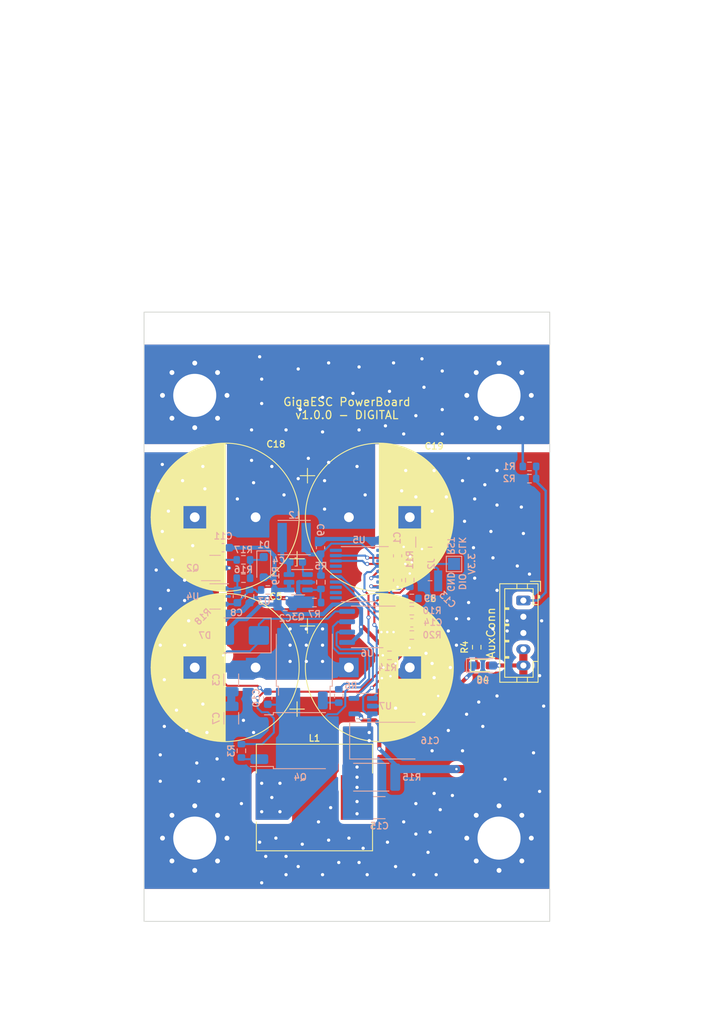
<source format=kicad_pcb>
(kicad_pcb (version 20221018) (generator pcbnew)
  (layers (0 "F.Cu" signal) (31 "B.Cu" signal) (34 "B.Paste" user) (35 "F.Paste" user) (36 "B.SilkS" user "B.Silkscreen") (37 "F.SilkS" user "F.Silkscreen") (38 "B.Mask" user) (39 "F.Mask" user) (44 "Edge.Cuts" user))
  (net 0 "")
  (net 1 "+BATT")
  (net 2 "-BATT")
  (net 3 "+12V")
  (net 4 "Net-(U5-PA1)")
  (net 5 "IN_V")
  (net 6 "+3.3V")
  (net 7 "Net-(D7-K)")
  (net 8 "Net-(Q3-S)")
  (net 9 "BOOTSTRAP")
  (net 10 "Net-(D4-K)")
  (net 11 "VinFB")
  (net 12 "Net-(U7-+)")
  (net 13 "Net-(D1-K)")
  (net 14 "Net-(Q2-G)")
  (net 15 "Net-(Q2-S)")
  (net 16 "Net-(Q3-G)")
  (net 17 "Net-(Q4-G)")
  (net 18 "Net-(U6-LO)")
  (net 19 "Net-(U6-HO)")
  (net 20 "VoutFB")
  (net 21 "IoutFB")
  (net 22 "Net-(U4-REF)")
  (net 26 "RESET")
  (net 31 "L")
  (net 32 "H")
  (net 35 "SWDIO")
  (net 36 "SWCLK")
  (net 38 "Net-(U3-BST)")
  (net 39 "Net-(U3-LX)")
  (net 40 "Net-(U3-FB)")
  (net 41 "Net-(C3-Pad2)")
  (footprint "MountingHole:MountingHole_5.3mm_M5_Pad_Via" (layer "F.Cu") (at 93.75 139.75)
    (fp_text reference "H3" hide)
    (fp_text value "MountingHole_Pad")
  )
  (footprint "Capacitor_THT:CP_Radial_D18.0mm_P7.50mm" (layer "F.Cu") (at 63.75 118.75 180)
    (fp_text reference "C5")
    (fp_text value "330u 200V")
  )
  (footprint "Connector_JST:JST_PH_B5B-PH-K_1x05_P2.00mm_Vertical" (layer "F.Cu") (at 96.75 110.5 -90)
    (fp_text reference "J1" hide)
    (fp_text value "AuxConn")
  )
  (footprint "Capacitor_THT:CP_Radial_D18.0mm_P7.50mm" (layer "F.Cu") (at 75.25 118.75)
    (fp_text reference "C6")
    (fp_text value "330u 200V")
  )
  (footprint "Inductor_SMD:L_Chilisin_BMRG00131360" (layer "F.Cu") (at 71 134.75)
    (fp_text reference "L1")
    (fp_text value "100uH")
  )
  (footprint "MountingHole:MountingHole_5.3mm_M5_Pad_Via" (layer "F.Cu") (at 56.25 85.25)
    (fp_text reference "H2" hide)
    (fp_text value "MountingHole_Pad")
  )
  (footprint "Resistor_SMD:R_0603_1608Metric" (layer "F.Cu") (at 91 116.25 -90)
    (fp_text reference "R4")
    (fp_text value "82k")
  )
  (footprint "MountingHole:MountingHole_5.3mm_M5_Pad_Via" (layer "F.Cu") (at 93.75 85.25)
    (fp_text reference "H4" hide)
    (fp_text value "MountingHole_Pad")
  )
  (footprint "Diode_SMD:D_0603_1608Metric" (layer "F.Cu") (at 91.75 118.5)
    (fp_text reference "D4")
    (fp_text value "RUN")
  )
  (footprint "Capacitor_THT:CP_Radial_D18.0mm_P7.50mm" (layer "F.Cu") (at 75.25 100.25)
    (fp_text reference "C19")
    (fp_text value "330u 200V")
  )
  (footprint "Capacitor_THT:CP_Radial_D18.0mm_P7.50mm" (layer "F.Cu") (at 63.75 100.25 180)
    (fp_text reference "C18")
    (fp_text value "330u 200V")
  )
  (footprint "MountingHole:MountingHole_5.3mm_M5_Pad_Via" (layer "F.Cu") (at 56.25 139.75)
    (fp_text reference "H1" hide)
    (fp_text value "MountingHole_Pad")
  )
  (footprint "Capacitor_SMD:C_0603_1608Metric" (layer "B.Cu") (at 81.25 108 90)
    (fp_text reference "C13")
    (fp_text value "10n")
  )
  (footprint "Package_TO_SOT_SMD:TO-252-2" (layer "B.Cu") (at 69.25 127.75)
    (fp_text reference "Q4")
    (fp_text value "IRFR13N20DTRPBF")
  )
  (footprint "Capacitor_SMD:C_0603_1608Metric" (layer "B.Cu") (at 65.25 122.5 -90)
    (fp_text reference "C10")
    (fp_text value "100n")
  )
  (footprint "Package_TO_SOT_SMD:SOT-23" (layer "B.Cu") (at 58.75 110 180)
    (fp_text reference "U4")
    (fp_text value "TL431DBZ")
  )
  (footprint "Resistor_SMD:R_0603_1608Metric" (layer "B.Cu") (at 83 110.25)
    (fp_text reference "R9")
    (fp_text value "10k")
  )
  (footprint "Resistor_SMD:R_0603_1608Metric" (layer "B.Cu") (at 80.25 117.25 180)
    (fp_text reference "R14")
    (fp_text value "1M")
  )
  (footprint "Resistor_SMD:R_2512_6332Metric" (layer "B.Cu") (at 78 132.25 180)
    (fp_text reference "R15")
    (fp_text value "0.01")
  )
  (footprint "Capacitor_SMD:C_0805_2012Metric" (layer "B.Cu") (at 67.4 111)
    (fp_text reference "C2")
    (fp_text value "4.7u")
  )
  (footprint "Package_SO:SOIC-8_3.9x4.9mm_P1.27mm" (layer "B.Cu") (at 77.5 113.75 180)
    (fp_text reference "U6")
    (fp_text value "IR2181")
  )
  (footprint "Resistor_SMD:R_0603_1608Metric" (layer "B.Cu") (at 83 111.75 180)
    (fp_text reference "R10")
    (fp_text value "2.2k")
  )
  (footprint "Resistor_SMD:R_0603_1608Metric" (layer "B.Cu") (at 83 114.75 180)
    (fp_text reference "R20")
    (fp_text value "10k")
  )
  (footprint "Package_TO_SOT_SMD:SOT-23" (layer "B.Cu") (at 58.75 106.5)
    (fp_text reference "Q2")
    (fp_text value "BSS126")
  )
  (footprint "Resistor_SMD:R_0603_1608Metric" (layer "B.Cu") (at 74 122.25 -90)
    (fp_text reference "R6")
    (fp_text value "4.7")
  )
  (footprint "Diode_SMD:D_SMB" (layer "B.Cu") (at 62 114.8 180)
    (fp_text reference "D7")
    (fp_text value "SS520BF")
  )
  (footprint "Capacitor_SMD:C_0603_1608Metric" (layer "B.Cu") (at 83 113.25)
    (fp_text reference "C14")
    (fp_text value "10n")
  )
  (footprint "Capacitor_SMD:C_0603_1608Metric" (layer "B.Cu") (at 71.75 104 90)
    (fp_text reference "C9")
    (fp_text value "22u")
  )
  (footprint "Diode_SMD:D_SOD-323_HandSoldering" (layer "B.Cu") (at 91.75 118.5)
    (fp_text reference "D6")
    (fp_text value "1N5819WS")
  )
  (footprint "Package_TO_SOT_SMD:SOT-23-5" (layer "B.Cu") (at 77 123.5 180)
    (fp_text reference "U7")
    (fp_text value "INA180A2")
  )
  (footprint "Resistor_SMD:R_0603_1608Metric" (layer "B.Cu") (at 97.5 94)
    (fp_text reference "R1")
    (fp_text value "150k")
  )
  (footprint "Resistor_SMD:R_0603_1608Metric" (layer "B.Cu") (at 97.5 95.5 180)
    (fp_text reference "R2")
    (fp_text value "2.7k")
  )
  (footprint "Capacitor_SMD:C_1210_3225Metric" (layer "B.Cu") (at 79 136)
    (fp_text reference "C15")
    (fp_text value "47u 16V")
  )
  (footprint "TestPoint:TestPoint_Pad_1.5x1.5mm" (layer "B.Cu") (at 88.2 106 180)
    (fp_text reference "TP1" hide)
    (fp_text value "3.3V")
  )
  (footprint "Resistor_SMD:R_0603_1608Metric" (layer "B.Cu") (at 62.25 107.75 180)
    (fp_text reference "R16")
    (fp_text value "10k")
  )
  (footprint "Resistor_SMD:R_0603_1608Metric" (layer "B.Cu") (at 82.75 108 90)
    (fp_text reference "R11")
    (fp_text value "47")
  )
  (footprint "Resistor_SMD:R_0603_1608Metric" (layer "B.Cu") (at 71.8 108.25 90)
    (fp_text reference "R5")
    (fp_text value "100k")
  )
  (footprint "Resistor_SMD:R_0603_1608Metric" (layer "B.Cu") (at 63 110 90)
    (fp_text reference "R18")
    (fp_text value "10k")
  )
  (footprint "Inductor_SMD:L_Vishay_IFSC-1515AH_4x4x1.8mm" (layer "B.Cu") (at 68.5 102.75)
    (fp_text reference "L2")
    (fp_text value "22uH")
  )
  (footprint "Diode_SMD:D_SOD-323_HandSoldering" (layer "B.Cu") (at 64.75 106.4 -90)
    (fp_text reference "D1")
    (fp_text value "BZT52C5V1S")
  )
  (footprint "Package_TO_SOT_SMD:TO-252-2" (layer "B.Cu") (at 69.75 117.75 90)
    (fp_text reference "Q3")
    (fp_text value "IRFR13N20DTRPBF")
  )
  (footprint "Capacitor_Tantalum_SMD:CP_EIA-7343-31_Kemet-D" (layer "B.Cu") (at 79.75 127.75)
    (fp_text reference "C16")
    (fp_text value "100uF 16V")
  )
  (footprint "Package_SO:TSSOP-20_4.4x6.5mm_P0.65mm" (layer "B.Cu") (at 76.5 107.25 180)
    (fp_text reference "U5")
    (fp_text value "STM32G030F6Px")
  )
  (footprint "Capacitor_SMD:C_1206_3216Metric" (layer "B.Cu") (at 60.75 125 -90)
    (fp_text reference "C7")
    (fp_text value "2.2u 100V")
  )
  (footprint "Capacitor_SMD:C_0603_1608Metric" (layer "B.Cu") (at 68.75 105.75 180)
    (fp_text reference "C4")
    (fp_text value "22n")
  )
  (footprint "Capacitor_SMD:C_0603_1608Metric" (layer "B.Cu") (at 59.75 104 180)
    (fp_text reference "C11")
    (fp_text value "1u")
  )
  (footprint "Package_TO_SOT_SMD:SOT-23-6" (layer "B.Cu") (at 69 108.25 180)
    (fp_text reference "U3")
    (fp_text value "MT2492")
  )
  (footprint "Capacitor_SMD:C_0603_1608Metric" (layer "B.Cu") (at 61.5 110 -90)
    (fp_text reference "C8")
    (fp_text value "1n")
  )
  (footprint "GigaVescLibs:JTAG_SMD" (layer "B.Cu") (at 85.25 106 -90)
    (fp_text reference "J2")
    (fp_text value "Conn_02x02_Counter_Clockwise")
  )
  (footprint "Capacitor_SMD:C_1206_3216Metric" (layer "B.Cu") (at 60.75 120.25 -90)
    (fp_text reference "C3")
    (fp_text value "2.2u 100V")
  )
  (footprint "Resistor_SMD:R_0603_1608Metric" (layer "B.Cu") (at 62 129 -90)
    (fp_text reference "R3")
    (fp_text value "4.7")
  )
  (footprint "Resistor_SMD:R_0603_1608Metric" (layer "B.Cu") (at 71 110.75)
    (fp_text reference "R7")
    (fp_text value "22k")
  )
  (footprint "Capacitor_SMD:C_0603_1608Metric" (layer "B.Cu") (at 81.25 105 -90)
    (fp_text reference "C1")
    (fp_text value "100n")
  )
  (footprint "Resistor_SMD:R_0603_1608Metric" (layer "B.Cu") (at 62.25 105.5 180)
    (fp_text reference "R17")
    (fp_text value "100")
  )
  (footprint "Resistor_SMD:R_0603_1608Metric" (layer "B.Cu") (at 65.25 109.2)
    (fp_text reference "R19")
    (fp_text value "30k")
  )
  (gr_rect (start 50 75) (end 100 150) (stroke (width 0.1)) (fill none) (layer "Edge.Cuts"))
  (gr_text "GigaESC PowerBoard\nv1.0.0 - DIGITAL" (at 75 88.25) (layer "F.SilkS") (effects (font (size 1 1)) (justify bottom)))
  (segment (start 91 88.5) (end 92.325 89.825) (width 0.3) (layer "F.Cu") (net 1))
  (segment (start 78 117.25) (end 79.425 117.25) (width 0.25) (layer "F.Cu") (net 1))
  (segment (start 75.25 118.75) (end 76.5 118.75) (width 0.25) (layer "F.Cu") (net 1))
  (segment (start 76.5 118.75) (end 78 117.25) (width 0.25) (layer "F.Cu") (net 1))
  (via (at 79.425 117.25) (size 0.5) (drill 0.3) (layers "F.Cu" "B.Cu") (net 1))
  (via (at 72.75 93.5) (size 0.8) (drill 0.4) (layers "F.Cu" "B.Cu") (net 1))
  (via (at 64.25 80.5) (size 0.8) (drill 0.4) (layers "F.Cu" "B.Cu") (net 1))
  (via (at 68 114) (size 0.8) (drill 0.4) (layers "F.Cu" "B.Cu") (net 1))
  (via (at 69.25 87) (size 0.8) (drill 0.4) (layers "F.Cu" "B.Cu") (net 1))
  (via (at 69 95.5) (size 0.8) (drill 0.4) (layers "F.Cu" "B.Cu") (net 1))
  (via (at 68 116) (size 0.8) (drill 0.4) (layers "F.Cu" "B.Cu") (net 1))
  (via (at 84.5 84.25) (size 0.8) (drill 0.4) (layers "F.Cu" "B.Cu") (net 1))
  (via (at 86.75 82.25) (size 0.8) (drill 0.4) (layers "F.Cu" "B.Cu") (net 1))
  (via (at 72 89.75) (size 0.8) (drill 0.4) (layers "F.Cu" "B.Cu") (net 1))
  (via (at 75.75 85) (size 0.8) (drill 0.4) (layers "F.Cu" "B.Cu") (net 1))
  (via (at 72.75 81.25) (size 0.8) (drill 0.4) (layers "F.Cu" "B.Cu") (net 1))
  (via (at 72 116) (size 0.8) (drill 0.4) (layers "F.Cu" "B.Cu") (net 1))
  (via (at 86.75 90) (size 0.8) (drill 0.4) (layers "F.Cu" "B.Cu") (net 1))
  (via (at 79.75 89) (size 0.8) (drill 0.4) (layers "F.Cu" "B.Cu") (net 1))
  (via (at 84.25 80.75) (size 0.8) (drill 0.4) (layers "F.Cu" "B.Cu") (net 1))
  (via (at 77.25 97.5) (size 0.8) (drill 0.4) (layers "F.Cu" "B.Cu") (net 1))
  (via (at 72 85.5) (size 0.8) (drill 0.4) (layers "F.Cu" "B.Cu") (net 1))
  (via (at 72.25 95.75) (size 0.8) (drill 0.4) (layers "F.Cu" "B.Cu") (net 1))
  (via (at 67.5 89.5) (size 0.8) (drill 0.4) (layers "F.Cu" "B.Cu") (net 1))
  (via (at 68 118) (size 0.8) (drill 0.4) (layers "F.Cu" "B.Cu") (net 1))
  (via (at 64.5 86.25) (size 0.8) (drill 0.4) (layers "F.Cu" "B.Cu") (net 1))
  (via (at 72 118) (size 0.8) (drill 0.4) (layers "F.Cu" "B.Cu") (net 1))
  (via (at 61.5 98) (size 0.8) (drill 0.4) (layers "F.Cu" "B.Cu") (net 1))
  (via (at 63.5 96) (size 0.8) (drill 0.4) (layers "F.Cu" "B.Cu") (net 1))
  (via (at 72.25 99.25) (size 0.8) (drill 0.4) (layers "F.Cu" "B.Cu") (net 1))
  (via (at 65.75 94) (size 0.8) (drill 0.4) (layers "F.Cu" "B.Cu") (net 1))
  (via (at 63.25 89.5) (size 0.8) (drill 0.4) (layers "F.Cu" "B.Cu") (net 1))
  (via (at 83.5 87.75) (size 0.8) (drill 0.4) (layers "F.Cu" "B.Cu") (net 1))
  (via (at 80.75 81.25) (size 0.8) (drill 0.4) (layers "F.Cu" "B.Cu") (net 1))
  (via (at 70 118) (size 0.8) (drill 0.4) (layers "F.Cu" "B.Cu") (net 1))
  (via (at 76.5 81.75) (size 0.8) (drill 0.4) (layers "F.Cu" "B.Cu") (net 1))
  (via (at 60.5 106.5) (size 0.5) (drill 0.3) (layers "F.Cu" "B.Cu") (net 1))
  (via (at 70 114) (size 0.8) (drill 0.4) (layers "F.Cu" "B.Cu") (net 1))
  (via (at 70.25 93) (size 0.8) (drill 0.4) (layers "F.Cu" "B.Cu") (net 1))
  (via (at 76.25 94) (size 0.8) (drill 0.4) (layers "F.Cu" "B.Cu") (net 1))
  (via (at 80.25 84.75) (size 0.8) (drill 0.4) (layers "F.Cu" "B.Cu") (net 1))
  (via (at 64.5 83.25) (size 0.8) (drill 0.4) (layers "F.Cu" "B.Cu") (net 1))
  (via (at 67.25 97.5) (size 0.8) (drill 0.4) (layers "F.Cu" "B.Cu") (net 1))
  (via (at 82 90) (size 0.8) (drill 0.4) (layers "F.Cu" "B.Cu") (net 1))
  (via (at 72 114) (size 0.8) (drill 0.4) (layers "F.Cu" "B.Cu") (net 1))
  (via (at 69 82) (size 0.8) (drill 0.4) (layers "F.Cu" "B.Cu") (net 1))
  (via (at 86.75 87) (size 0.8) (drill 0.4) (layers "F.Cu" "B.Cu") (net 1))
  (via (at 70 116) (size 0.8) (drill 0.4) (layers "F.Cu" "B.Cu") (net 1))
  (via (at 76.5 89.5) (size 0.8) (drill 0.4) (layers "F.Cu" "B.Cu") (net 1))
  (via (at 63.25 93.25) (size 0.8) (drill 0.4) (layers "F.Cu" "B.Cu") (net 1))
  (segment (start 96.675 94) (end 96.675 88.175) (width 0.3) (layer "B.Cu") (net 1))
  (segment (start 96.675 88.175) (end 93.75 85.25) (width 0.3) (layer "B.Cu") (net 1))
  (segment (start 59.6875 106.5) (end 60.5 106.5) (width 0.25) (layer "B.Cu") (net 1))
  (segment (start 67.6 110.2) (end 65.2 110.2) (width 0.5) (layer "F.Cu") (net 2))
  (via (at 97.5 107.25) (size 0.8) (drill 0.4) (layers "F.Cu" "B.Cu") (net 2))
  (via (at 98 129.25) (size 0.8) (drill 0.4) (layers "F.Cu" "B.Cu") (net 2))
  (via (at 94.5 132.5) (size 0.8) (drill 0.4) (layers "F.Cu" "B.Cu") (net 2))
  (via (at 83.5 97.75) (size 0.8) (drill 0.4) (layers "F.Cu" "B.Cu") (net 2))
  (via (at 83.5 139.25) (size 0.8) (drill 0.4) (layers "F.Cu" "B.Cu") (net 2))
  (via (at 82 137.75) (size 0.8) (drill 0.4) (layers "F.Cu" "B.Cu") (net 2))
  (via (at 98.75 134) (size 0.8) (drill 0.4) (layers "F.Cu" "B.Cu") (net 2))
  (via (at 93 114) (size 0.8) (drill 0.4) (layers "F.Cu" "B.Cu") (net 2))
  (via (at 52.25 102) (size 0.8) (drill 0.4) (layers "F.Cu" "B.Cu") (net 2))
  (via (at 82.25 94.5) (size 0.8) (drill 0.4) (layers "F.Cu" "B.Cu") (net 2))
  (via (at 55 110.5) (size 0.8) (drill 0.4) (layers "F.Cu" "B.Cu") (net 2))
  (via (at 89.5 100.75) (size 0.8) (drill 0.4) (layers "F.Cu" "B.Cu") (net 2))
  (via (at 80.75 114.385) (size 0.5) (drill 0.3) (layers "F.Cu" "B.Cu") (net 2))
  (via (at 56 103.75) (size 0.8) (drill 0.4) (layers "F.Cu" "B.Cu") (net 2))
  (via (at 91.75 126) (size 0.8) (drill 0.4) (layers "F.Cu" "B.Cu") (net 2))
  (via (at 87.75 118.75) (size 0.8) (drill 0.4) (layers "F.Cu" "B.Cu") (net 2))
  (via (at 90 112.75) (size 0.8) (drill 0.4) (layers "F.Cu" "B.Cu") (net 2))
  (via (at 90.6 104) (size 0.8) (drill 0.4) (layers "F.Cu" "B.Cu") (net 2))
  (via (at 56.5 130.5) (size 0.8) (drill 0.4) (layers "F.Cu" "B.Cu") (net 2))
  (via (at 94.75 113) (size 0.8) (drill 0.4) (layers "F.Cu" "B.Cu") (net 2))
  (via (at 88.5 112.75) (size 0.8) (drill 0.4) (layers "F.Cu" "B.Cu") (net 2))
  (via (at 88.5 116) (size 0.8) (drill 0.4) (layers "F.Cu" "B.Cu") (net 2))
  (via (at 87.25 97.75) (size 0.8) (drill 0.4) (layers "F.Cu" "B.Cu") (net 2))
  (via (at 62.25 125.25) (size 0.8) (drill 0.4) (layers "F.Cu" "B.Cu") (net 2))
  (via (at 89.25 129) (size 0.8) (drill 0.4) (layers "F.Cu" "B.Cu") (net 2))
  (via (at 81 143.25) (size 0.8) (drill 0.4) (layers "F.Cu" "B.Cu") (net 2))
  (via (at 77.5 144.25) (size 0.8) (drill 0.4) (layers "F.Cu" "B.Cu") (net 2))
  (via (at 56.75 132.75) (size 0.8) (drill 0.4) (layers "F.Cu" "B.Cu") (net 2))
  (via (at 93 105.25) (size 0.8) (drill 0.4) (layers "F.Cu" "B.Cu") (net 2))
  (via (at 72 144.25) (size 0.8) (drill 0.4) (layers "F.Cu" "B.Cu") (net 2))
  (via (at 52 111.5) (size 0.8) (drill 0.4) (layers "F.Cu" "B.Cu") (net 2))
  (via (at 71.5 137.75) (size 0.8) (drill 0.4) (layers "F.Cu" "B.Cu") (net 2))
  (via (at 55.25 126.5) (size 0.8) (drill 0.4) (layers "F.Cu" "B.Cu") (net 2))
  (via (at 84.75 117) (size 0.8) (drill 0.4) (layers "F.Cu" "B.Cu") (net 2))
  (via (at 59 130) (size 0.8) (drill 0.4) (layers "F.Cu" "B.Cu") (net 2))
  (via (at 93.5 98.75) (size 0.8) (drill 0.4) (layers "F.Cu" "B.Cu") (net 2))
  (via (at 83.5 135.5) (size 0.8) (drill 0.4) (layers "F.Cu" "B.Cu") (net 2))
  (via (at 93.5 122.25) (size 0.8) (drill 0.4) (layers "F.Cu" "B.Cu") (net 2))
  (via (at 64.5 145.25) (size 0.8) (drill 0.4) (layers "F.Cu" "B.Cu") (net 2))
  (via (at 85.75 120) (size 0.8) (drill 0.4) (layers "F.Cu" "B.Cu") (net 2))
  (via (at 85.5 129) (size 0.8) (drill 0.4) (layers "F.Cu" "B.Cu") (net 2))
  (via (at 81.75 97) (size 0.8) (drill 0.4) (layers "F.Cu" "B.Cu") (net 2))
  (via (at 85.25 139) (size 0.8) (drill 0.4) (layers "F.Cu" "B.Cu") (net 2))
  (via (at 77 141) (size 0.8) (drill 0.4) (layers "F.Cu" "B.Cu") (net 2))
  (via (at 96.5 99) (size 0.8) (drill 0.4) (layers "F.Cu" "B.Cu") (net 2))
  (via (at 92 96.25) (size 0.8) (drill 0.4) (layers "F.Cu" "B.Cu") (net 2))
  (via (at 57.5 96.75) (size 0.8) (drill 0.4) (layers "F.Cu" "B.Cu") (net 2))
  (via (at 90.75 107.75) (size 0.8) (drill 0.4) (layers "F.Cu" "B.Cu") (net 2))
  (via (at 72.75 140) (size 0.8) (drill 0.4) (layers "F.Cu" "B.Cu") (net 2))
  (via (at 90 93) (size 0.8) (drill 0.4) (layers "F.Cu" "B.Cu") (net 2))
  (via (at 52.25 93.75) (size 0.8) (drill 0.4) (layers "F.Cu" "B.Cu") (net 2))
  (via (at 65 142) (size 0.8) (drill 0.4) (layers "F.Cu" "B.Cu") (net 2))
  (via (at 87.5 114.25) (size 0.8) (drill 0.4) (layers "F.Cu" "B.Cu") (net 2))
  (via (at 79.25 114.385) (size 0.5) (drill 0.3) (layers "F.Cu" "B.Cu") (net 2))
  (via (at 92.75 102) (size 0.8) (drill 0.4) (layers "F.Cu" "B.Cu") (net 2))
  (via (at 80 140.25) (size 0.8) (drill 0.4) (layers "F.Cu" "B.Cu") (net 2))
  (via (at 64.25 140.25) (size 0.8) (drill 0.4) (layers "F.Cu" "B.Cu") (net 2))
  (via (at 76.5 142.75) (size 0.8) (drill 0.4) (layers "F.Cu" "B.Cu") (net 2))
  (via (at 90 110.75) (size 0.8) (drill 0.4) (layers "F.Cu" "B.Cu") (net 2))
  (via (at 62 135.5) (size 0.8) (drill 0.4) (layers "F.Cu" "B.Cu") (net 2))
  (via (at 69.5 140.5) (size 0.8) (drill 0.4) (layers "F.Cu" "B.Cu") (net 2))
  (via (at 88 134.5) (size 0.8) (drill 0.4) (layers "F.Cu" "B.Cu") (net 2))
  (via (at 99 113) (size 0.8) (drill 0.4) (layers "F.Cu" "B.Cu") (net 2))
  (via (at 85.5 99.5) (size 0.8) (drill 0.4) (layers "F.Cu" "B.Cu") (net 2))
  (via (at 85.75 94.5) (size 0.8) (drill 0.4) (layers "F.Cu" "B.Cu") (net 2))
  (via (at 55 108) (size 0.8) (drill 0.4) (layers "F.Cu" "B.Cu") (net 2))
  (via (at 94.75 114.25) (size 0.8) (drill 0.4) (layers "F.Cu" "B.Cu") (net 2))
  (via (at 51.5 106.75) (size 0.8) (drill 0.4) (layers "F.Cu" "B.Cu") (net 2))
  (via (at 74 142.75) (size 0.8) (drill 0.4) (layers "F.Cu" "B.Cu") (net 2))
  (via (at 83.25 144.25) (size 0.8) (drill 0.4) (layers "F.Cu" "B.Cu") (net 2))
  (via (at 54.75 95.75) (size 0.8) (drill 0.4) (layers "F.Cu" "B.Cu") (net 2))
  (via (at 75.25 139.75) (size 0.8) (drill 0.4) (layers "F.Cu" "B.Cu") (net 2))
  (via (at 98.75 119.75) (size 0.8) (drill 0.4) (layers "F.Cu" "B.Cu") (net 2))
  (via (at 67.5 144.25) (size 0.8) (drill 0.4) (layers "F.Cu" "B.Cu") (net 2))
  (via (at 66.25 139.75) (size 0.8) (drill 0.4) (layers "F.Cu" "B.Cu") (net 2))
  (via (at 54 124) (size 0.8) (drill 0.4) (layers "F.Cu" "B.Cu") (net 2))
  (via (at 52 132.75) (size 0.8) (drill 0.4) (layers "F.Cu" "B.Cu") (net 2))
  (via (at 52.5 126) (size 0.8) (drill 0.4) (layers "F.Cu" "B.Cu") (net 2))
  (via (at 85 141.5) (size 0.8) (drill 0.4) (layers "F.Cu" "B.Cu") (net 2))
  (via (at 90.75 98) (size 0.8) (drill 0.4) (layers "F.Cu" "B.Cu") (net 2))
  (via (at 52.5 120.25) (size 0.8) (drill 0.4) (layers "F.Cu" "B.Cu") (net 2))
  (via (at 55 116) (size 0.8) (drill 0.4) (layers "F.Cu" "B.Cu") (net 2))
  (via (at 67.5 142) (size 0.8) (drill 0.4) (layers "F.Cu" "B.Cu") (net 2))
  (via (at 86.5 136.25) (size 0.8) (drill 0.4) (layers "F.Cu" "B.Cu") (net 2))
  (via (at 96 106.25) (size 0.8) (drill 0.4) (layers "F.Cu" "B.Cu") (net 2))
  (via (at 85.5 118.25) (size 0.8) (drill 0.4) (layers "F.Cu" "B.Cu") (net 2))
  (via (at 85.75 134.25) (size 0.8) (drill 0.4) (layers "F.Cu" "B.Cu") (net 2))
  (via (at 51.75 97) (size 0.8) (drill 0.4) (layers "F.Cu" "B.Cu") (net 2))
  (via (at 69 143.25) (size 0.8) (drill 0.4) (layers "F.Cu" "B.Cu") (net 2))
  (via (at 91.25 123) (size 0.8) (drill 0.4) (layers "F.Cu" "B.Cu") (net 2))
  (via (at 99.25 123.5) (size 0.8) (drill 0.4) (layers "F.Cu" "B.Cu") (net 2))
  (via (at 57.25 123.25) (size 0.8) (drill 0.4) (layers "F.Cu" "B.Cu") (net 2))
  (via (at 59.75 132.5) (size 0.8) (drill 0.4) (layers "F.Cu" "B.Cu") (net 2))
  (via (at 96.75 102.25) (size 0.8) (drill 0.4) (layers "F.Cu" "B.Cu") (net 2))
  (via (at 53 109.25) (size 0.8) (drill 0.4) (layers "F.Cu" "B.Cu") (net 2))
  (via (at 53 99.5) (size 0.8) (drill 0.4) (layers "F.Cu" "B.Cu") (net 2))
  (via (at 93.5 109.25) (size 0.8) (drill 0.4) (layers "F.Cu" "B.Cu") (net 2))
  (via (at 57.75 126.75) (size 0.8) (drill 0.4) (layers "F.Cu" "B.Cu") (net 2))
  (via (at 63.5 126.75) (size 0.8) (drill 0.4) (layers "F.Cu" "B.Cu") (net 2))
  (via (at 89.25 95.75) (size 0.8) (drill 0.4) (layers "F.Cu" "B.Cu") (net 2))
  (via (at 84.5 124.5) (size 0.8) (drill 0.4) (layers "F.Cu" "B.Cu") (net 2))
  (via (at 52 116) (size 0.8) (drill 0.4) (layers "F.Cu" "B.Cu") (net 2))
  (via (at 73 136) (size 0.8) (drill 0.4) (layers "F.Cu" "B.Cu") (net 2))
  (via (at 93.5 94.5) (size 0.8) (drill 0.4) (layers "F.Cu" "B.Cu") (net 2))
  (via (at 57.25 94) (size 0.8) (drill 0.4) (layers "F.Cu" "B.Cu") (net 2))
  (via (at 89.75 124.5) (size 0.8) (drill 0.4) (layers "F.Cu" "B.Cu") (net 2))
  (via (at 81 123.75) (size 0.8) (drill 0.4) (layers "F.Cu" "B.Cu") (net 2))
  (via (at 87.5 126.5) (size 0.8) (drill 0.4) (layers "F.Cu" "B.Cu") (net 2))
  (via (at 65.2 110.2) (size 0.5) (drill 0.3) (layers "F.Cu" "B.Cu") (net 2))
  (via (at 67.6 110.2) (size 0.5) (drill 0.3) (layers "F.Cu" "B.Cu") (net 2))
  (via (at 86 144.25) (size 0.8) (drill 0.4) (layers "F.Cu" "B.Cu") (net 2))
  (via (at 52 129.5) (size 0.8) (drill 0.4) (layers "F.Cu" "B.Cu") (net 2))
  (via (at 53.5 105.5) (size 0.8) (drill 0.4) (layers "F.Cu" "B.Cu") (net 2))
  (via (at 79.975 114.385) (size 0.5) (drill 0.3) (layers "F.Cu" "B.Cu") (net 2))
  (via (at 55.5 113) (size 0.8) (drill 0.4) (layers "F.Cu" "B.Cu") (net 2))
  (segment (start 58.5 111.75) (end 61.823223 111.75) (width 0.25) (layer "B.Cu") (net 2))
  (segment (start 79.55 103.05) (end 79.75 103.25) (width 0.25) (layer "B.Cu") (net 2))
  (segment (start 62.748223 110.825) (end 63 110.825) (width 0.25) (layer "B.Cu") (net 2))
  (segment (start 72.05 102.925) (end 79.425 102.925) (width 0.5) (layer "B.Cu") (net 2))
  (segment (start 79.3625 106.925) (end 80.4 106.925) (width 0.25) (layer "B.Cu") (net 2))
  (segment (start 68.35 111) (end 68.35 110.95) (width 0.5) (layer "B.Cu") (net 2))
  (segment (start 71.75 103.175) (end 71.875 103.05) (width 0.25) (layer "B.Cu") (net 2))
  (segment (start 68.1125 110.3125) (end 68.4375 110.3125) (width 0.5) (layer "B.Cu") (net 2))
  (segment (start 71.75 103.225) (end 72.05 102.925) (width 0.5) (layer "B.Cu") (net 2))
  (segment (start 68.4375 110.3125) (end 69.088236 109.661764) (width 0.5) (layer "B.Cu") (net 2))
  (segment (start 69 109.573528) (end 69.088236 109.661764) (width 0.5) (layer "B.Cu") (net 2))
  (segment (start 82.75 104.15) (end 82.75 100.25) (width 0.5) (layer "B.Cu") (net 2))
  (segment (start 61.823223 111.75) (end 62.748223 110.825) (width 0.25) (layer "B.Cu") (net 2))
  (segment (start 83.825 111.75) (end 83.825 114.75) (width 0.25) (layer "B.Cu") (net 2))
  (segment (start 71.875 103.05) (end 79.55 103.05) (width 0.25) (layer "B.Cu") (net 2))
  (segment (start 80.4 106.925) (end 81.25 106.075) (width 0.25) (layer "B.Cu") (net 2))
  (segment (start 82.175 104.725) (end 82.75 104.15) (width 0.5) (layer "B.Cu") (net 2))
  (segment (start 65.2 110.2) (end 63.625 110.2) (width 0.5) (layer "B.Cu") (net 2))
  (segment (start 69.088236 109.661764) (end 70.176472 110.75) (width 0.5) (layer "B.Cu") (net 2))
  (segment (start 81.25 105.654594) (end 82.175 104.729594) (width 0.5) (layer "B.Cu") (net 2))
  (segment (start 79.425 102.925) (end 79.55 103.05) (width 0.5) (layer "B.Cu") (net 2))
  (segment (start 82.175 104.729594) (end 82.175 104.725) (width 0.5) (layer "B.Cu") (net 2))
  (segment (start 70.176472 110.75) (end 70.25 110.75) (width 0.5) (layer "B.Cu") (net 2))
  (segment (start 69 108.25) (end 69.8875 108.25) (width 0.5) (layer "B.Cu") (net 2))
  (segment (start 63.625 110.2) (end 63 110.825) (width 0.5) (layer "B.Cu") (net 2))
  (segment (start 68.35 110.95) (end 67.6 110.2) (width 0.5) (layer "B.Cu") (net 2))
  (segment (start 81.25 105.825) (end 81.25 105.654594) (width 0.5) (layer "B.Cu") (net 2))
  (segment (start 69 108.25) (end 69 109.573528) (width 0.5) (layer "B.Cu") (net 2))
  (segment (start 79 128.75) (end 79 125.75) (width 0.5) (layer "F.Cu") (net 3))
  (segment (start 79 125.75) (end 78.5 125.25) (width 0.5) (layer "F.Cu") (net 3))
  (segment (start 92.5375 118.5) (end 93.75 118.5) (width 0.5) (layer "F.Cu") (net 3))
  (segment (start 78.5 125.25) (end 77 125.25) (width 0.5) (layer "F.Cu") (net 3))
  (segment (start 90.555635 131.25) (end 96.75 125.055635) (width 1) (layer "F.Cu") (net 3))
  (segment (start 93.75 118.5) (end 96.75 118.5) (width 0.5) (layer "F.Cu") (net 3))
  (segment (start 77 125.25) (end 76.75 125) (width 0.5) (layer "F.Cu") (net 3))
  (segment (start 96.75 125.055635) (end 96.75 116.5) (width 1) (layer "F.Cu") (net 3))
  (segment (start 88.5 131.25) (end 90.555635 131.25) (width 1) (layer "F.Cu") (net 3))
  (via (at 76.75 125) (size 0.5) (drill 0.3) (layers "F.Cu" "B.Cu") (net 3))
  (via (at 88.5 131.25) (size 0.5) (drill 0.3) (layers "F.Cu" "B.Cu") (net 3))
  (via (at 93.75 118.5) (size 0.5) (drill 0.3) (layers "F.Cu" "B.Cu") (net 3))
  (via (at 79 128.75) (size 0.5) (drill 0.3) (layers "F.Cu" "B.Cu") (net 3))
  (segment (start 76.75 124.75) (end 76.45 124.45) (width 0.5) (layer "B.Cu") (net 3))
  (segment (start 79 128.75) (end 80.9625 130.7125) (width 0.5) (layer "B.Cu") (net 3))
  (segment (start 76.75 125) (end 76.75 124.75) (width 0.5) (layer "B.Cu") (net 3))
  (segment (start 92.8 118.5) (end 93.75 118.5) (width 0.5) (layer "B.Cu") (net 3))
  (segment (start 80.9625 130.7125) (end 80.9625 132.25) (width 0.5) (layer "B.Cu") (net 3))
  (segment (start 88.5 131.25) (end 80.9625 131.25) (width 1) (layer "B.Cu") (net 3))
  (segment (start 76.45 124.45) (end 75.8625 124.45) (width 0.5) (layer "B.Cu") (net 3))
  (segment (start 78 108.75) (end 80.925 108.75) (width 0.25) (layer "F.Cu") (net 4))
  (segment (start 81.175 108.75) (end 81.25 108.825) (width 0.25) (layer "F.Cu") (net 4))
  (segment (start 80.925 108.75) (end 81.175 108.75) (width 0.25) (layer "F.Cu") (net 4))
  (via (at 81.25 108.825) (size 0.5) (drill 0.3) (layers "F.Cu" "B.Cu") (net 4))
  (via (at 78 108.75) (size 0.5) (drill 0.3) (layers "F.Cu" "B.Cu") (net 4))
  (segment (start 78.125 108.875) (end 78 108.75) (width 0.25) (layer "B.Cu") (net 4))
  (segment (start 81.25 108.825) (end 82.75 108.825) (width 0.25) (layer "B.Cu") (net 4))
  (segment (start 79.3625 108.875) (end 78.125 108.875) (width 0.25) (layer "B.Cu") (net 4))
  (segment (start 98.325 94) (end 98.325 95.5) (width 0.3) (layer "B.Cu") (net 5))
  (segment (start 98.325 95.825) (end 99.5 97) (width 0.3) (layer "B.Cu") (net 5))
  (segment (start 98.325 95.5) (end 98.325 95.825) (width 0.3) (layer "B.Cu") (net 5))
  (segment (start 98.5 110.5) (end 96.75 110.5) (width 0.3) (layer "B.Cu") (net 5))
  (segment (start 99.5 97) (end 99.5 109.5) (width 0.3) (layer "B.Cu") (net 5))
  (segment (start 99.5 109.5) (end 98.5 110.5) (width 0.3) (layer "B.Cu") (net 5))
  (segment (start 82 103.9) (end 82.5 103.9) (width 0.25) (layer "F.Cu") (net 6))
  (segment (start 82.5 103.9) (end 83.4 104.8) (width 0.25) (layer "F.Cu") (net 6))
  (segment (start 83.4 104.8) (end 83.4 105.4) (width 0.25) (layer "F.Cu") (net 6))
  (segment (start 83.4 105.4) (end 82.993767 105.806233) (width 0.25) (layer "F.Cu") (net 6))
  (segment (start 77.663221 109.799282) (end 77.168363 109.304424) (width 0.25) (layer "F.Cu") (net 6))
  (segment (start 77.663221 112.586779) (end 77.663221 109.799282) (width 0.25) (layer "F.Cu") (net 6))
  (via (at 82.993767 105.806233) (size 0.5) (drill 0.3) (layers "F.Cu" "B.Cu") (net 6))
  (via (at 77.663221 112.586779) (size 0.5) (drill 0.3) (layers "F.Cu" "B.Cu") (net 6))
  (via (at 82 103.9) (size 0.5) (drill 0.3) (layers "F.Cu" "B.Cu") (net 6))
  (via (at 77.168363 109.304424) (size 0.5) (drill 0.3) (layers "F.Cu" "B.Cu") (net 6))
  (segment (start 78.2 116.2) (end 77.663221 115.663221) (width 0.25) (layer "B.Cu") (net 6))
  (segment (start 69.975 104.375) (end 70.425 104.825) (width 0.5) (layer "B.Cu") (net 6))
  (segment (start 78.25 104.950097) (end 76.799903 103.5) (width 0.25) (layer "B.Cu") (net 6))
  (segment (start 80.45 105.225) (end 81.25 104.425) (width 0.25) (layer "B.Cu") (net 6))
  (segment (start 78.25 105.851041) (end 78.25 104.950097) (width 0.25) (layer "B.Cu") (net 6))
  (segment (start 73.075 103.5) (end 71.75 104.825) (width 0.25) (layer "B.Cu") (net 6))
  (segment (start 77.663221 115.663221) (end 77.663221 112.586779) (width 0.25) (layer "B.Cu") (net 6))
  (segment (start 79.3625 106.275) (end 78.673959 106.275) (width 0.25) (layer "B.Cu") (net 6))
  (segment (start 76.75 121.75) (end 76.772792 121.75) (width 0.25) (layer "B.Cu") (net 6))
  (segment (start 76.799903 103.5) (end 73.075 103.5) (width 0.25) (layer "B.Cu") (net 6))
  (segment (start 78.673959 106.275) (end 78.25 105.851041) (width 0.25) (layer "B.Cu") (net 6))
  (segment (start 81.575 103.9) (end 81.25 104.225) (width 0.25) (layer "B.Cu") (net 6))
  (segment (start 70.425 104.825) (end 71.75 104.825) (width 0.5) (layer "B.Cu") (net 6))
  (segment (start 82.993767 105.806233) (end 83.187534 106) (width 0.25) (layer "B.Cu") (net 6))
  (segment (start 83.187534 106) (end 88.2 106) (width 0.25) (layer "B.Cu") (net 6))
  (segment (start 79.3625 106.275) (end 80.225 106.275) (width 0.25) (layer "B.Cu") (net 6))
  (segment (start 82 103.9) (end 81.575 103.9) (width 0.25) (layer "B.Cu") (net 6))
  (segment (start 71.75 107.425) (end 71.75 104.825) (width 0.5) (layer "B.Cu") (net 6))
  (segment (start 76.772792 121.75) (end 78.2 120.322792) (width 0.25) (layer "B.Cu") (net 6))
  (segment (start 80.45 106.05) (end 80.45 105.225) (width 0.25) (layer "B.Cu") (net 6))
  (segment (start 75.95 122.55) (end 76.75 121.75) (width 0.25) (layer "B.Cu") (net 6))
  (segment (start 75.8625 122.55) (end 75.95 122.55) (width 0.25) (layer "B.Cu") (net 6))
  (segment (start 69.975 102.75) (end 69.975 104.375) (width 0.5) (layer "B.Cu") (net 6))
  (segment (start 77.5 107) (end 77.948959 107) (width 0.25) (layer "B.Cu") (net 6))
  (segment (start 77.168363 109.304424) (end 77.168363 107.331637) (width 0.25) (layer "B.Cu") (net 6))
  (segment (start 80.225 106.275) (end 80.45 106.05) (width 0.25) (layer "B.Cu") (net 6))
  (segment (start 77.168363 107.331637) (end 77.5 107) (width 0.25) (layer "B.Cu") (net 6))
  (segment (start 77.948959 107) (end 78.673959 106.275) (width 0.25) (layer "B.Cu") (net 6))
  (segment (start 78.2 120.322792) (end 78.2 116.2) (width 0.25) (layer "B.Cu") (net 6))
  (segment (start 59.75 117.25) (end 59.75 120.5) (width 0.25) (layer "F.Cu") (net 7))
  (segment (start 64 121) (end 64.25 121.25) (width 0.25) (layer "F.Cu") (net 7))
  (segment (start 60.25 121) (end 64 121) (width 0.25) (layer "F.Cu") (net 7))
  (segment (start 59.75 120.5) (end 60.25 121) (width 0.25) (layer "F.Cu") (net 7))
  (via (at 64.25 121.25) (size 0.5) (drill 0.3) (layers "F.Cu" "B.Cu") (net 7))
  (via (at 59.75 117.25) (size 0.5) (drill 0.3) (layers "F.Cu" "B.Cu") (net 7))
  (segment (start 63.05 116.75) (end 64.15 115.65) (width 0.25) (layer "B.Cu") (net 7))
  (segment (start 64.15 115.65) (end 64.15 114.65) (width 0.25) (layer "B.Cu") (net 7))
  (segment (start 64.85 112.75) (end 64.15 113.45) (width 0.25) (layer "B.Cu") (net 7))
  (segment (start 73.555 111.845) (end 72.65 112.75) (width 0.25) (layer "B.Cu") (net 7))
  (segment (start 72.65 112.75) (end 64.85 112.75) (width 0.25) (layer "B.Cu") (net 7))
  (segment (start 64.15 113.45) (end 64.15 114.8) (width 0.25) (layer "B.Cu") (net 7))
  (segment (start 59.75 117.25) (end 60.25 116.75) (width 0.25) (layer "B.Cu") (net 7))
  (segment (start 64.15 114.65) (end 64.15 114.8) (width 0.25) (layer "B.Cu") (net 7))
  (segment (start 60.25 116.75) (end 63.05 116.75) (width 0.25) (layer "B.Cu") (net 7))
  (segment (start 64.25 121.25) (end 64.675 121.675) (width 0.25) (layer "B.Cu") (net 7))
  (segment (start 75.025 111.845) (end 73.555 111.845) (width 0.25) (layer "B.Cu") (net 7))
  (segment (start 64.675 121.675) (end 65.25 121.675) (width 0.25) (layer "B.Cu") (net 7))
  (via (at 66.75 133) (size 0.8) (drill 0.4) (layers "F.Cu" "B.Cu") (net 8))
  (via (at 66.75 136.5) (size 0.8) (drill 0.4) (layers "F.Cu" "B.Cu") (net 8))
  (via (at 65.75 134.75) (size 0.8) (drill 0.4) (layers "F.Cu" "B.Cu") (net 8))
  (via (at 64.5 133) (size 0.8) (drill 0.4) (layers "F.Cu" "B.Cu") (net 8))
  (via (at 64.5 136.5) (size 0.8) (drill 0.4) (layers "F.Cu" "B.Cu") (net 8))
  (segment (start 77.75 116.75) (end 77.75 120.136396) (width 0.25) (layer "B.Cu") (net 8))
  (segment (start 73.725 114.525) (end 73.725 116.001751) (width 0.25) (layer "B.Cu") (net 8))
  (segment (start 72.66 124.5) (end 70.935 126.225) (width 0.25) (layer "B.Cu") (net 8))
  (segment (start 73.865 114.385) (end 73.725 114.525) (width 0.25) (layer "B.Cu") (net 8))
  (segment (start 66.645 123.325) (end 67.47 122.5) (width 0.25) (layer "B.Cu") (net 8))
  (segment (start 74.8 121.7) (end 74.8 123.492462) (width 0.25) (layer "B.Cu") (net 8))
  (segment (start 74.223249 116.5) (end 77.5 116.5) (width 0.25) (layer "B.Cu") (net 8))
  (segment (start 77.5 116.5) (end 77.75 116.75) (width 0.25) (layer "B.Cu") (net 8))
  (segment (start 73.725 116.001751) (end 74.223249 116.5) (width 0.25) (layer "B.Cu") (net 8))
  (segment (start 67.47 122.03) (end 67.47 122.54) (width 0.25) (layer "B.Cu") (net 8))
  (segment (start 65.25 123.325) (end 66.645 123.325) (width 0.25) (layer "B.Cu") (net 8))
  (segment (start 70.935 126.225) (end 72.388604 126.225) (width 0.25) (layer "B.Cu") (net 8))
  (segment (start 75.025 114.385) (end 73.865 114.385) (width 0.25) (layer "B.Cu") (net 8))
  (segment (start 76.686396 121.2) (end 75.3 121.2) (width 0.25) (layer "B.Cu") (net 8))
  (segment (start 75.3 121.2) (end 74.8 121.7) (width 0.25) (layer "B.Cu") (net 8))
  (segment (start 74.8 123.492462) (end 73.792462 124.5) (width 0.25) (layer "B.Cu") (net 8))
  (segment (start 73.792462 124.5) (end 72.66 124.5) (width 0.25) (layer "B.Cu") (net 8))
  (segment (start 77.75 120.136396) (end 76.686396 121.2) (width 0.25) (layer "B.Cu") (net 8))
  (segment (start 80.367983 119.818483) (end 80.2995 119.75) (width 0.5) (layer "F.Cu") (net 9))
  (segment (start 86.25 122.25) (end 87.5 122.25) (width 0.5) (layer "F.Cu") (net 9))
  (segment (start 80.2995 117.0495) (end 77 113.75) (width 0.5) (layer "F.Cu") (net 9))
  (segment (start 80.2995 119.75) (end 80.2995 117.0495) (width 0.5) (layer "F.Cu") (net 9))
  (segment (start 87.5 122.25) (end 89.75 120) (width 0.5) (layer "F.Cu") (net 9))
  (segment (start 77 113.75) (end 76.75 113.75) (width 0.5) (layer "F.Cu") (net 9))
  (via (at 89.75 120) (size 0.5) (drill 0.3) (layers "F.Cu" "B.Cu") (net 9))
  (via (at 80.367983 119.818483) (size 0.5) (drill 0.3) (layers "F.Cu" "B.Cu") (net 9))
  (via (at 86.25 122.25) (size 0.5) (drill 0.3) (layers "F.Cu" "B.Cu") (net 9))
  (via (at 76.75 113.75) (size 0.5) (drill 0.3) (layers "F.Cu" "B.Cu") (net 9))
  (segment (start 75.595 115.655) (end 76.75 114.5) (width 0.5) (layer "B.Cu") (net 9))
  (segment (start 66.075 108.575) (end 66.075 108.075) (width 0.5) (layer "B.Cu") (net 9))
  (segment (start 66.075 108.075) (end 65.65 107.65) (width 0.5) (layer "B.Cu") (net 9))
  (segment (start 76.25 111) (end 76.75 111.5) (width 0.5) (layer "B.Cu") (net 9))
  (segment (start 89.75 120) (end 90.5 119.25) (width 0.5) (layer "B.Cu") (net 9))
  (segment (start 60.136396 114.25) (end 59.85 114.25) (width 0.5) (layer "B.Cu") (net 9))
  (segment (start 64.425 111) (end 62.625 112.8) (width 0.5) (layer "B.Cu") (net 9))
  (segment (start 66.075 109.625) (end 66.075 109.5) (width 0.5) (layer "B.Cu") (net 9))
  (segment (start 65.975 111) (end 64.425 111) (width 0.5) (layer "B.Cu") (net 9))
  (segment (start 66.075 108.575) (end 66.075 104.985051) (width 0.5) (layer "B.Cu") (net 9))
  (segment (start 73.25 111) (end 76.25 111) (width 0.5) (layer "B.Cu") (net 9))
  (segment (start 75.025 115.655) (end 75.595 115.655) (width 0.5) (layer "B.Cu") (net 9))
  (segment (start 66.45 111) (end 67.625 112.175) (width 0.5) (layer "B.Cu") (net 9))
  (segment (start 82.7995 122.25) (end 80.367983 119.818483) (width 0.5) (layer "B.Cu") (net 9))
  (segment (start 66 110.975) (end 65.975 111) (width 0.5) (layer "B.Cu") (net 9))
  (segment (start 66.075 104.985051) (end 65.089949 104) (width 0.5) (layer "B.Cu") (net 9))
  (segment (start 61.586396 112.8) (end 60.136396 114.25) (width 0.5) (layer "B.Cu") (net 9))
  (segment (start 86.25 122.25) (end 82.7995 122.25) (width 0.5) (layer "B.Cu") (net 9))
  (segment (start 66.075 109.5) (end 66.075 108.575) (width 0.5) (layer "B.Cu") (net 9))
  (segment (start 66.45 110) (end 66.075 109.625) (width 0.5) (layer "B.Cu") (net 9))
  (segment (start 72.075 112.175) (end 73.25 111) (width 0.5) (layer "B.Cu") (net 9))
  (segment (start 76.75 111.5) (end 76.75 113.75) (width 0.5) (layer "B.Cu") (net 9))
  (segment (start 67.625 112.175) (end 72.075 112.175) (width 0.5) (layer "B.Cu") (net 9))
  (segment (start 65.089949 104) (end 60.525 104) (width 0.5) (layer "B.Cu") (net 9))
  (segment (start 90.5 119.25) (end 90.5 118.5) (width 0.5) (layer "B.Cu") (net 9))
  (segment (start 76.75 114.5) (end 76.75 113.75) (width 0.5) (layer "B.Cu") (net 9))
  (segment (start 66.45 110) (end 66.45 111) (width 0.5) (layer "B.Cu") (net 9))
  (segment (start 67.8625 109.2) (end 66.075 109.2) (width 0.5) (layer "B.Cu") (net 9))
  (segment (start 67.8625 108.25) (end 67.8625 109.2) (width 0.5) (layer "B.Cu") (net 9))
  (segment (start 65.65 107.65) (end 64.75 107.65) (width 0.5) (layer "B.Cu") (net 9))
  (segment (start 62.625 112.8) (end 61.586396 112.8) (width 0.5) (layer "B.Cu") (net 9))
  (segment (start 90.9625 117.1125) (end 91 117.075) (width 0.3) (layer "F.Cu") (net 10))
  (segment (start 90.9625 118.5) (end 90.9625 117.1125) (width 0.3) (layer "F.Cu") (net 10))
  (segment (start 81.275 112.6) (end 81.275 111.498249) (width 0.25) (layer "B.Cu") (net 11))
  (segment (start 82.175 113.5) (end 81.275 112.6) (width 0.25) (layer "B.Cu") (net 11))
  (segment (start 81.275 111.498249) (end 80.996751 111.22) (width 0.25) (layer "B.Cu") (net 11))
  (segment (start 81.075 117.25) (end 82.175 116.15) (width 0.25) (layer "B.Cu") (net 11))
  (segment (start 80.996751 111.22) (end 79.068959 111.22) (width 0.25) (layer "B.Cu") (net 11))
  (segment (start 78.3 110.451041) (end 78.3 109.898959) (width 0.25) (layer "B.Cu") (net 11))
  (segment (start 82.175 116.15) (end 82.175 113.5) (width 0.25) (layer "B.Cu") (net 11))
  (segment (start 79.068959 111.22) (end 78.3 110.451041) (width 0.25) (layer "B.Cu") (net 11))
  (segment (start 78.3 109.898959) (end 78.673959 109.525) (width 0.25) (layer "B.Cu") (net 11))
  (segment (start 78.673959 109.525) (end 79.3625 109.525) (width 0.25) (layer "B.Cu") (net 11))
  (segment (start 80.999 118.044049) (end 82.724096 116.318953) (width 0.25) (layer "F.Cu") (net 12))
  (segment (start 79.273259 120.062) (end 78.075924 121.259335) (width 0.25) (layer "F.Cu") (net 12))
  (segment (start 79.312 120.062) (end 79.273259 120.062) (width 0.25) (layer "F.Cu") (net 12))
  (segment (start 80.999 118.25) (end 80.999 118.044049) (width 0.25) (layer "F.Cu") (net 12))
  (via (at 76.25 135.25) (size 0.8) (drill 0.4) (layers "F.Cu" "B.Cu") (net 12))
  (via (at 80.999 118.25) (size 0.5) (drill 0.3) (layers "F.Cu" "B.Cu") (net 12))
  (via (at 79.312 120.062) (size 0.5) (drill 0.3) (layers "F.Cu" "B.Cu") (net 12))
  (via (at 82.724096 116.318953) (size 0.5) (drill 0.3) (layers "F.Cu" "B.Cu") (net 12))
  (via (at 76.25 131) (size 0.8) (drill 0.4) (layers "F.Cu" "B.Cu") (net 12))
  (via (at 77.75 126.75) (size 0.8) (drill 0.4) (layers "F.Cu" "B.Cu") (net 12))
  (via (at 78.075924 121.259335) (size 0.5) (drill 0.3) (layers "F.Cu" "B.Cu") (net 12))
  (via (at 76.25 133.5) (size 0.8) (drill 0.4) (layers "F.Cu" "B.Cu") (net 12))
  (via (at 76.25 132.25) (size 0.8) (drill 0.4) (layers "F.Cu" "B.Cu") (net 12))
  (via (at 76.25 136.75) (size 0.8) (drill 0.4) (layers "F.Cu" "B.Cu") (net 12))
  (via (at 77.75 127.75) (size 0.8) (drill 0.4) (layers "F.Cu" "B.Cu") (net 12))
  (segment (start 77.45 124.45) (end 78.1375 124.45) (width 0.25) (layer "B.Cu") (net 12))
  (segment (start 80.999 118.375) (end 80.999 118.25) (width 0.25) (layer "B.Cu") (net 12))
  (segment (start 77.75 124.8375) (end 78.1375 124.45) (width 0.5) (layer "B.Cu") (net 12))
  (segment (start 77 122.335259) (end 77 124) (width 0.25) (layer "B.Cu") (net 12))
  (segment (start 83 116) (end 83 111.075) (width 0.25) (layer "B.Cu") (net 12))
  (segment (start 78.075924 121.259335) (end 77 122.335259) (width 0.25) (layer "B.Cu") (net 12))
  (segment (start 77.75 126.75) (end 77.75 124.8375) (width 0.5) (layer "B.Cu") (net 12))
  (segment (start 83 111.075) (end 83.825 110.25) (width 0.25) (layer "B.Cu") (net 12))
  (segment (start 82.724096 116.275904) (end 83 116) (width 0.25) (layer "B.Cu") (net 12))
  (segment (start 79.312 120.062) (end 80.999 118.375) (width 0.25) (layer "B.Cu") (net 12))
  (segment (start 82.724096 116.318953) (end 82.724096 116.275904) (width 0.25) (layer "B.Cu") (net 12))
  (segment (start 77 124) (end 77.45 124.45) (width 0.25) (layer "B.Cu") (net 12))
  (segment (start 64.75 105.5) (end 63.075 105.5) (width 0.25) (layer "B.Cu") (net 13))
  (segment (start 63.075 107.75) (end 63.075 105.5) (width 0.25) (layer "B.Cu") (net 13))
  (segment (start 61.5 107.825) (end 61.425 107.75) (width 0.25) (layer "B.Cu") (net 14))
  (segment (start 59.6875 108.1875) (end 58.95 107.45) (width 0.25) (layer "B.Cu") (net 14))
  (segment (start 59.6875 109.05) (end 59.6875 108.1875) (width 0.25) (layer "B.Cu") (net 14))
  (segment (start 58.95 107.45) (end 57.8125 107.45) (width 0.25) (layer "B.Cu") (net 14))
  (segment (start 61.5 109.225) (end 61.5 107.825) (width 0.25) (layer "B.Cu") (net 14))
  (segment (start 59.6875 109.05) (end 61.325 109.05) (width 0.25) (layer "B.Cu") (net 14))
  (segment (start 61.325 109.05) (end 61.5 109.225) (width 0.25) (layer "B.Cu") (net 14))
  (segment (start 61.425 105.5) (end 57.8625 105.5) (width 0.25) (layer "B.Cu") (net 15))
  (segment (start 57.8625 105.5) (end 57.8125 105.55) (width 0.25) (layer "B.Cu") (net 15))
  (segment (start 72.605 123.075) (end 72.03 122.5) (width 0.25) (layer "B.Cu") (net 16))
  (segment (start 74 123.075) (end 72.605 123.075) (width 0.25) (layer "B.Cu") (net 16))
  (segment (start 64.3 130.03) (end 62.205 130.03) (width 0.25) (layer "B.Cu") (net 17))
  (segment (start 62.205 130.03) (end 62 129.825) (width 0.25) (layer "B.Cu") (net 17))
  (segment (start 64.7755 121.7245) (end 76.5255 121.7245) (width 0.25) (layer "F.Cu") (net 18))
  (segment (start 64 122.5) (end 64.7755 121.7245) (width 0.25) (layer "F.Cu") (net 18))
  (segment (start 76.5255 121.7245) (end 79.5 118.75) (width 0.25) (layer "F.Cu") (net 18))
  (via (at 79.5 118.75) (size 0.5) (drill 0.3) (layers "F.Cu" "B.Cu") (net 18))
  (via (at 64 122.5) (size 0.5) (drill 0.3) (layers "F.Cu" "B.Cu") (net 18))
  (segment (start 64.575 128.175) (end 62 128.175) (width 0.25) (layer "B.Cu") (net 18))
  (segment (start 66 125) (end 66 126.75) (width 0.25) (layer "B.Cu") (net 18))
  (segment (start 66 126.75) (end 64.575 128.175) (width 0.25) (layer "B.Cu") (net 18))
  (segment (start 64 122.5) (end 64 123.75) (width 0.25) (layer "B.Cu") (net 18))
  (segment (start 80.15 115.83) (end 79.975 115.655) (width 0.25) (layer "B.Cu") (net 18))
  (segment (start 64.5 124.25) (end 65.25 124.25) (width 0.25) (layer "B.Cu") (net 18))
  (segment (start 64 123.75) (end 64.5 124.25) (width 0.25) (layer "B.Cu") (net 18))
  (segment (start 80.15 118.1) (end 80.15 115.83) (width 0.25) (layer "B.Cu") (net 18))
  (segment (start 79.5 118.75) (end 80.15 118.1) (width 0.25) (layer "B.Cu") (net 18))
  (segment (start 65.25 124.25) (end 66 125) (width 0.25) (layer "B.Cu") (net 18))
  (segment (start 74 117) (end 77.25 117) (width 0.25) (layer "B.Cu") (net 19))
  (segment (start 73.275 113.725) (end 73.275 116.275) (width 0.25) (layer "B.Cu") (net 19))
  (segment (start 73.885 113.115) (end 73.275 113.725) (width 0.25) (layer "B.Cu") (net 19))
  (segment (start 73.275 116.275) (end 74 117) (width 0.25) (layer "B.Cu") (net 19))
  (segment (start 74.675 120.75) (end 74 121.425) (width 0.25) (layer "B.Cu") (net 19))
  (segment (start 75.025 113.115) (end 73.885 113.115) (width 0.25) (layer "B.Cu") (net 19))
  (segment (start 77.25 120) (end 76.5 120.75) (width 0.25) (layer "B.Cu") (net 19))
  (segment (start 77.25 117) (end 77.25 120) (width 0.25) (layer "B.Cu") (net 19))
  (segment (start 76.5 120.75) (end 74.675 120.75) (width 0.25) (layer "B.Cu") (net 19))
  (segment (start 80.051041 108.225) (end 80.45 108.623959) (width 0.25) (layer "B.Cu") (net 20))
  (segment (start 80.45 109.492462) (end 81.207538 110.25) (width 0.25) (layer "B.Cu") (net 20))
  (segment (start 81.207538 110.25) (end 82.175 110.25) (width 0.25) (layer "B.Cu") (net 20))
  (segment (start 80.45 108.623959) (end 80.45 109.492462) (width 0.25) (layer "B.Cu") (net 20))
  (segment (start 82.175 110.25) (end 82.175 111.75) (width 0.25) (layer "B.Cu") (net 20))
  (segment (start 79.3625 108.225) (end 80.051041 108.225) (width 0.25) (layer "B.Cu") (net 20))
  (segment (start 78.387721 110.862279) (end 78.387721 113.5) (width 0.25) (layer "F.Cu") (net 21))
  (segment (start 82.25 107.675) (end 82.25 108.850305) (width 0.25) (layer "F.Cu") (net 21))
  (segment (start 82.25 108.850305) (end 81.550305 109.55) (width 0.25) (layer "F.Cu") (net 21))
  (segment (start 82.75 107.175) (end 82.25 107.675) (width 0.25) (layer "F.Cu") (net 21))
  (segment (start 81.550305 109.55) (end 79.7 109.55) (width 0.25) (layer "F.Cu") (net 21))
  (segment (start 79.7 109.55) (end 78.387721 110.862279) (width 0.25) (layer "F.Cu") (net 21))
  (via (at 82.75 107.175) (size 0.5) (drill 0.3) (layers "F.Cu" "B.Cu") (net 21))
  (via (at 78.387721 113.5) (size 0.5) (drill 0.3) (layers "F.Cu" "B.Cu") (net 21))
  (segment (start 78.1375 122.55) (end 78.675 122.0125) (width 0.25) (layer "B.Cu") (net 21))
  (segment (start 78.675 113.787279) (end 78.387721 113.5) (width 0.25) (layer "B.Cu") (net 21))
  (segment (start 78.675 122.0125) (end 78.675 113.787279) (width 0.25) (layer "B.Cu") (net 21))
  (segment (start 63 109.275) (end 61.5 110.775) (width 0.25) (layer "B.Cu") (net 22))
  (segment (start 61.325 110.95) (end 61.5 110.775) (width 0.25) (layer "B.Cu") (net 22))
  (segment (start 59.6875 110.95) (end 61.325 110.95) (width 0.25) (layer "B.Cu") (net 22))
  (segment (start 63 109.175) (end 63 109.275) (width 0.25) (layer "B.Cu") (net 22))
  (segment (start 64.425 109.5) (end 64 109.5) (width 0.25) (layer "B.Cu") (net 22))
  (segment (start 63.675 109.175) (end 63 109.175) (width 0.25) (layer "B.Cu") (net 22))
  (segment (start 64 109.5) (end 63.675 109.175) (width 0.25) (layer "B.Cu") (net 22))
  (segment (start 79.151446 106.598554) (end 78 107.75) (width 0.25) (layer "F.Cu") (net 26))
  (segment (start 84.25 104.165) (end 84.25 105.950805) (width 0.25) (layer "F.Cu") (net 26))
  (segment (start 84.25 105.950805) (end 83.602251 106.598554) (width 0.25) (layer "F.Cu") (net 26))
  (segment (start 83.602251 106.598554) (end 79.151446 106.598554) (width 0.25) (layer "F.Cu") (net 26))
  (via (at 78 107.75) (size 0.5) (drill 0.3) (layers "F.Cu" "B.Cu") (net 26))
  (via (at 84.25 104.165) (size 0.5) (drill 0.3) (layers "F.Cu" "B.Cu") (net 26))
  (segment (start 78 107.75) (end 78.175 107.575) (width 0.25) (layer "B.Cu") (net 26))
  (segment (start 78.175 107.575) (end 79.3625 107.575) (width 0.25) (layer "B.Cu") (net 26))
  (segment (start 74.326041 108.225) (end 79.216041 113.115) (width 0.25) (layer "B.Cu") (net 31))
  (segment (start 79.216041 113.115) (end 79.975 113.115) (width 0.25) (layer "B.Cu") (net 31))
  (segment (start 73.6375 108.225) (end 74.326041 108.225) (width 0.25) (layer "B.Cu") (net 31))
  (segment (start 78.596041 111.845) (end 79.975 111.845) (width 0.25) (layer "B.Cu") (net 32))
  (segment (start 74.326041 107.575) (end 78.596041 111.845) (width 0.25) (layer "B.Cu") (net 32))
  (segment (start 73.6375 107.575) (end 74.326041 107.575) (width 0.25) (layer "B.Cu") (net 32))
  (segment (start 77.5 106) (end 82.2 106) (width 0.25) (layer "F.Cu") (net 35))
  (via (at 82.2 106) (size 0.5) (drill 0.3) (layers "F.Cu" "B.Cu") (net 35))
  (via (at 77.5 106) (size 0.5) (drill 0.3) (layers "F.Cu" "B.Cu") (net 35))
  (segment (start 77.5 106) (end 77.3 106) (width 0.25) (layer "B.Cu") (net 35))
  (segment (start 77.3 106) (end 76.925 105.625) (width 0.25) (layer "B.Cu") (net 35))
  (segment (start 82.65 106.45) (end 86.05 106.45) (width 0.25) (layer "B.Cu") (net 35))
  (segment (start 76.925 105.625) (end 73.6375 105.625) (width 0.25) (layer "B.Cu") (net 35))
  (segment (start 86.25 106.65) (end 86.25 108) (width 0.25) (layer "B.Cu") (net 35))
  (segment (start 86.05 106.45) (end 86.25 106.65) (width 0.25) (layer "B.Cu") (net 35))
  (segment (start 82.2 106) (end 82.65 106.45) (width 0.25) (layer "B.Cu") (net 35))
  (segment (start 82.790256 105.098988) (end 82.639244 105.25) (width 0.25) (layer "F.Cu") (net 36))
  (segment (start 77.524598 105.25) (end 77.512299 105.237701) (width 0.25) (layer "F.Cu") (net 36))
  (segment (start 82.639244 105.25) (end 77.524598 105.25) (width 0.25) (layer "F.Cu") (net 36))
  (via (at 77.512299 105.237701) (size 0.5) (drill 0.3) (layers "F.Cu" "B.Cu") (net 36))
  (via (at 82.790256 105.098988) (size 0.5) (drill 0.3) (layers "F.Cu" "B.Cu") (net 36))
  (segment (start 86.25 105.25) (end 86.25 103.83) (width 0.25) (layer "B.Cu") (net 36))
  (segment (start 82.790256 105.098988) (end 83.098988 105.098988) (width 0.25) (layer "B.Cu") (net 36))
  (segment (start 83.098988 105.098988) (end 83.53 105.53) (width 0.25) (layer "B.Cu") (net 36))
  (segment (start 85.97 105.53) (end 86.25 105.25) (width 0.25) (layer "B.Cu") (net 36))
  (segment (start 73.6375 104.975) (end 77.249598 104.975) (width 0.25) (layer "B.Cu") (net 36))
  (segment (start 77.249598 104.975) (end 77.512299 105.237701) (width 0.25) (layer "B.Cu") (net 36))
  (segment (start 83.53 105.53) (end 85.97 105.53) (width 0.25) (layer "B.Cu") (net 36))
  (segment (start 69.575 106.9875) (end 69.8875 107.3) (width 0.25) (layer "B.Cu") (net 38))
  (segment (start 69.575 105.75) (end 69.575 106.9875) (width 0.25) (layer "B.Cu") (net 38))
  (segment (start 67.8625 105.8125) (end 67.925 105.75) (width 0.5) (layer "B.Cu") (net 39))
  (segment (start 67.8625 107.3) (end 67.8625 105.8125) (width 0.5) (layer "B.Cu") (net 39))
  (segment (start 67.025 102.75) (end 67.025 105.525) (width 0.5) (layer "B.Cu") (net 39))
  (segment (start 67.925 106.9875) (end 67.6125 107.3) (width 0.25) (layer "B.Cu") (net 39))
  (segment (start 67.925 105.75) (end 67.25 105.75) (width 0.5) (layer "B.Cu") (net 39))
  (segment (start 67.925 105.75) (end 67.925 106.9875) (width 0.25) (layer "B.Cu") (net 39))
  (segment (start 67.25 105.75) (end 67.025 105.525) (width 0.5) (layer "B.Cu") (net 39))
  (segment (start 71.75 109.075) (end 71.75 110.6) (width 0.25) (layer "B.Cu") (net 40))
  (segment (start 71.625 109.2) (end 71.75 109.075) (width 0.25) (layer "B.Cu") (net 40))
  (segment (start 71.75 110.6) (end 71.9 110.75) (width 0.25) (layer "B.Cu") (net 40))
  (segment (start 70.1375 109.2) (end 71.625 109.2) (width 0.25) (layer "B.Cu") (net 40))
  (segment (start 60.75 123.525) (end 60.75 121.725) (width 1) (layer "B.Cu") (net 41))
  (zone (net 12) (net_name "Net-(U7-+)") (layers "F&B.Cu") (priority 7) (connect_pads yes (clearance 0.5)) (min_thickness 0.25) (fill yes (thermal_gap 0.5) (thermal_bridge_width 0.5))
    (polygon (pts (xy 74.5 126) (xy 74.5 137.5) (xy 78.25 137.5) (xy 78.25 126)))
  )
  (zone (net 2) (net_name "-BATT") (layers "F&B.Cu") (priority 6) (connect_pads yes (clearance 0.5)) (min_thickness 0.25) (fill yes (thermal_gap 0.5) (thermal_bridge_width 0.5))
    (polygon (pts (xy 100 150) (xy 50 150) (xy 50 91.5) (xy 100 91.5)))
  )
  (zone (net 1) (net_name "+BATT") (layers "F&B.Cu") (priority 10) (connect_pads yes (clearance 1)) (min_thickness 0.25) (fill yes (thermal_gap 0.5) (thermal_bridge_width 0.5))
    (polygon (pts (xy 78.47778 91.25) (xy 99.97778 91.25) (xy 99.97778 79) (xy 50 79) (xy 50 91.25) (xy 60.22778 91.25) (xy 60.22778 120.25) (xy 78.47778 120.25)))
  )
  (zone (net 0) (net_name "") (layers "F&B.Cu") (connect_pads (clearance 0)) (min_thickness 0.25)
    (keepout (tracks not_allowed) (vias not_allowed) (pads not_allowed) (copperpour not_allowed) (footprints not_allowed))
    (fill (thermal_gap 0.5) (thermal_bridge_width 0.5))
    (polygon (pts (xy 100 75) (xy 100 79) (xy 50 79) (xy 50 75)))
  )
  (zone (net 0) (net_name "") (layers "F&B.Cu" "User.6") (connect_pads (clearance 0)) (min_thickness 0.25)
    (keepout (tracks not_allowed) (vias not_allowed) (pads not_allowed) (copperpour not_allowed) (footprints not_allowed))
    (fill (thermal_gap 0.5) (thermal_bridge_width 0.5))
    (polygon (pts (xy 50 150) (xy 50 146) (xy 100 146) (xy 100 150)))
  )
  (zone (net 8) (net_name "Net-(Q3-S)") (layer "B.Cu") (priority 7) (connect_pads yes (clearance 0.5)) (min_thickness 0.25) (fill yes (thermal_gap 0.5) (thermal_bridge_width 0.5))
    (polygon (pts (xy 69.25 121) (xy 66.25 121) (xy 66.25 131.25) (xy 63.75 131.25) (xy 63.75 137.5) (xy 67.75 137.5) (xy 74 131.25) (xy 74 124.75) (xy 69.25 124.75)))
  )
)
</source>
